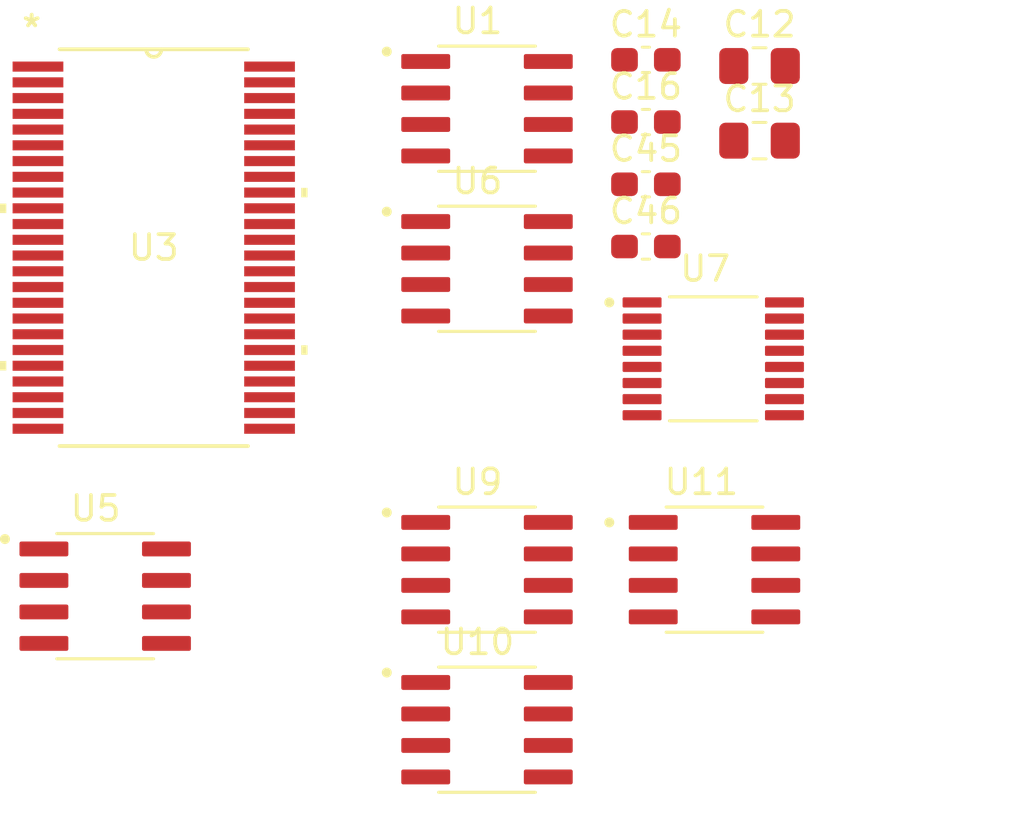
<source format=kicad_pcb>
(kicad_pcb (version 20241229) (generator "pcbnew") (generator_version "9.0")
  (layers (0 "F.Cu" signal) (2 "B.Cu" signal) (13 "F.Paste" user) (15 "B.Paste" user) (5 "F.SilkS" user "F.Silkscreen") (7 "B.SilkS" user "B.Silkscreen") (1 "F.Mask" user) (3 "B.Mask" user) (25 "Edge.Cuts" user))
  (net 0 "")
  (net 2 "-15V")
  (net 4 "AGND")
  (net 5 "Tip")
  (net 6 "+15V")
  (net 7 "Net-(U5-OUTPUT)")
  (net 8 "GND")
  (net 57 "SAMPLE BIAS")
  (net 58 "+5V")
  (net 59 "DGND")
  (net 60 "+3.3V")
  (net 61 "Net-(C12-Pad2)")
  (net 62 "Net-(C13-Pad2)")
  (net 63 "Net-(U7-AIN_P)")
  (net 64 "Net-(U7-AIN_GND)")
  (net 67 "Net-(U1-VOUT)")
  (net 69 "Net-(U1-TRIM{slash}NR)")
  (net 70 "Net-(U6--IN_B)")
  (net 71 "Net-(U6-+IN_B)")
  (net 72 "Net-(U6--IN_A)")
  (net 73 "Net-(U6-+IN_A)")
  (net 74 "Net-(U7-SDO-0)")
  (net 75 "Net-(U7-ALARM{slash}SDO-1{slash}GPO)")
  (net 76 "Net-(U7-CONVST{slash}CS)")
  (net 77 "Net-(U7-SCLK)")
  (net 78 "Net-(U7-RVS)")
  (net 79 "Net-(U7-REFCAP)")
  (net 80 "Net-(U7-SDI)")
  (net 81 "Net-(U7-REFIO)")
  (net 82 "Net-(U7-RST)")
  (net 83 "Net-(U9-+INB)")
  (net 84 "Net-(U9-OUTA)")
  (net 85 "Net-(U9--INA)")
  (net 86 "Net-(U9--INB)")
  (net 87 "Net-(U9-OUTB)")
  (net 88 "Net-(U10-OUTB)")
  (net 89 "Net-(U10--INB)")
  (net 90 "Net-(U10-OUTA)")
  (net 91 "Net-(U10-+INB)")
  (net 92 "Net-(U10--INA)")
  (net 93 "Net-(U11--IN)")
  (net 94 "Net-(U11-TRIM-Pad1)")
  (footprint "Capacitor_SMD:C_0603_1608Metric_Pad1.08x0.95mm_HandSolder" (layer "F.Cu") (at 166.265 70.5325)
    (property "Reference" "C14" (at 0 -1.43 0) (layer "F.SilkS"))
    (property "Value" "1uF")
    (fp_line (start -0.146267 -0.51) (end 0.146267 -0.51) (stroke (width 0.12)) (layer "F.SilkS"))
    (fp_line (start -0.146267 0.51) (end 0.146267 0.51) (stroke (width 0.12)) (layer "F.SilkS"))
    (pad "1" smd roundrect (at -0.8625 0) (size 1.075 0.95) (layers "F.Cu" "F.Mask" "F.Paste") (net 4 "AGND"))
    (pad "2" smd roundrect (at 0.8625 0) (size 1.075 0.95) (layers "F.Cu" "F.Mask" "F.Paste") (net 62 "Net-(C13-Pad2)"))
  )
  (footprint "OPA1612AIDR:SOIC127P599X175-8N" (layer "F.Cu") (at 159.86 78.96)
    (property "Reference" "U6" (at -0.385 -3.537 0) (layer "F.SilkS"))
    (property "Value" "OPA1612AIDR")
    (fp_line (start -1.95 -2.525) (end 1.95 -2.525) (stroke (width 0.127)) (layer "F.SilkS"))
    (fp_line (start -1.95 2.525) (end 1.95 2.525) (stroke (width 0.127)) (layer "F.SilkS"))
    (fp_circle (center -4.04 -2.305) (end -3.94 -2.305) (stroke (width 0.2)) (fill no) (layer "F.SilkS"))
    (pad "1" smd roundrect (at -2.47 -1.905) (size 1.97 0.6) (layers "F.Cu" "F.Mask" "F.Paste") (roundrect_rratio 0.125) (net 72 "Net-(U6--IN_A)"))
    (pad "2" smd roundrect (at -2.47 -0.635) (size 1.97 0.6) (layers "F.Cu" "F.Mask" "F.Paste") (roundrect_rratio 0.125) (net 72 "Net-(U6--IN_A)"))
    (pad "3" smd roundrect (at -2.47 0.635) (size 1.97 0.6) (layers "F.Cu" "F.Mask" "F.Paste") (roundrect_rratio 0.125) (net 73 "Net-(U6-+IN_A)"))
    (pad "4" smd roundrect (at -2.47 1.905) (size 1.97 0.6) (layers "F.Cu" "F.Mask" "F.Paste") (roundrect_rratio 0.125) (net 2 "-15V"))
    (pad "5" smd roundrect (at 2.47 1.905) (size 1.97 0.6) (layers "F.Cu" "F.Mask" "F.Paste") (roundrect_rratio 0.125) (net 71 "Net-(U6-+IN_B)"))
    (pad "6" smd roundrect (at 2.47 0.635) (size 1.97 0.6) (layers "F.Cu" "F.Mask" "F.Paste") (roundrect_rratio 0.125) (net 70 "Net-(U6--IN_B)"))
    (pad "7" smd roundrect (at 2.47 -0.635) (size 1.97 0.6) (layers "F.Cu" "F.Mask" "F.Paste") (roundrect_rratio 0.125) (net 70 "Net-(U6--IN_B)"))
    (pad "8" smd roundrect (at 2.47 -1.905) (size 1.97 0.6) (layers "F.Cu" "F.Mask" "F.Paste") (roundrect_rratio 0.125) (net 6 "+15V"))
  )
  (footprint "DAC7734:DL48" (layer "F.Cu") (at 146.4276 78.1087)
    (property "Reference" "U3" (at 0 0 0) (layer "F.SilkS"))
    (property "Value" "DAC7734EB")
    (fp_line (start -3.7973 8.001) (end 3.7973 8.001) (stroke (width 0.1524)) (layer "F.SilkS"))
    (fp_line (start 3.7973 -8.001) (end -3.7973 -8.001) (stroke (width 0.1524)) (layer "F.SilkS"))
    (fp_arc (start 0.3048 -8.001) (mid 0 -7.6962) (end -0.3048 -8.001) (stroke (width 0.1524)) (layer "F.SilkS"))
    (fp_poly (pts (xy -6.1976 -1.778) (xy -6.1976 -1.397) (xy -5.9436 -1.397) (xy -5.9436 -1.778)) (fill yes) (layer "F.SilkS"))
    (fp_poly (pts (xy -6.1976 4.572) (xy -6.1976 4.953) (xy -5.9436 4.953) (xy -5.9436 4.572)) (fill yes) (layer "F.SilkS"))
    (fp_poly (pts (xy 6.1976 -2.413) (xy 6.1976 -2.032) (xy 5.9436 -2.032) (xy 5.9436 -2.413)) (fill yes) (layer "F.SilkS"))
    (fp_poly (pts (xy 6.1976 3.937) (xy 6.1976 4.318) (xy 5.9436 4.318) (xy 5.9436 3.937)) (fill yes) (layer "F.SilkS"))
    (fp_text user "*" (at -4.92125 -8.8519 0) (layer "F.SilkS"))
    (fp_text user "*" (at -4.92125 -8.8519 0) (layer "F.SilkS"))
    (pad "1" smd rect (at -4.66725 -7.3025) (size 2.0447 0.4064) (layers "F.Cu" "F.Mask" "F.Paste"))
    (pad "2" smd rect (at -4.66725 -6.6675) (size 2.0447 0.4064) (layers "F.Cu" "F.Mask" "F.Paste"))
    (pad "3" smd rect (at -4.66725 -6.0325) (size 2.0447 0.4064) (layers "F.Cu" "F.Mask" "F.Paste"))
    (pad "4" smd rect (at -4.66725 -5.3975) (size 2.0447 0.4064) (layers "F.Cu" "F.Mask" "F.Paste"))
    (pad "5" smd rect (at -4.66725 -4.7625) (size 2.0447 0.4064) (layers "F.Cu" "F.Mask" "F.Paste"))
    (pad "6" smd rect (at -4.66725 -4.1275) (size 2.0447 0.4064) (layers "F.Cu" "F.Mask" "F.Paste"))
    (pad "7" smd rect (at -4.66725 -3.4925) (size 2.0447 0.4064) (layers "F.Cu" "F.Mask" "F.Paste"))
    (pad "8" smd rect (at -4.66725 -2.8575) (size 2.0447 0.4064) (layers "F.Cu" "F.Mask" "F.Paste"))
    (pad "9" smd rect (at -4.66725 -2.2225) (size 2.0447 0.4064) (layers "F.Cu" "F.Mask" "F.Paste"))
    (pad "10" smd rect (at -4.66725 -1.5875) (size 2.0447 0.4064) (layers "F.Cu" "F.Mask" "F.Paste"))
    (pad "11" smd rect (at -4.66725 -0.9525) (size 2.0447 0.4064) (layers "F.Cu" "F.Mask" "F.Paste"))
    (pad "12" smd rect (at -4.66725 -0.3175) (size 2.0447 0.4064) (layers "F.Cu" "F.Mask" "F.Paste"))
    (pad "13" smd rect (at -4.66725 0.3175) (size 2.0447 0.4064) (layers "F.Cu" "F.Mask" "F.Paste"))
    (pad "14" smd rect (at -4.66725 0.9525) (size 2.0447 0.4064) (layers "F.Cu" "F.Mask" "F.Paste"))
    (pad "15" smd rect (at -4.66725 1.5875) (size 2.0447 0.4064) (layers "F.Cu" "F.Mask" "F.Paste"))
    (pad "16" smd rect (at -4.66725 2.2225) (size 2.0447 0.4064) (layers "F.Cu" "F.Mask" "F.Paste"))
    (pad "17" smd rect (at -4.66725 2.8575) (size 2.0447 0.4064) (layers "F.Cu" "F.Mask" "F.Paste"))
    (pad "18" smd rect (at -4.66725 3.4925) (size 2.0447 0.4064) (layers "F.Cu" "F.Mask" "F.Paste"))
    (pad "19" smd rect (at -4.66725 4.1275) (size 2.0447 0.4064) (layers "F.Cu" "F.Mask" "F.Paste"))
    (pad "20" smd rect (at -4.66725 4.7625) (size 2.0447 0.4064) (layers "F.Cu" "F.Mask" "F.Paste"))
    (pad "21" smd rect (at -4.66725 5.3975) (size 2.0447 0.4064) (layers "F.Cu" "F.Mask" "F.Paste"))
    (pad "22" smd rect (at -4.66725 6.0325) (size 2.0447 0.4064) (layers "F.Cu" "F.Mask" "F.Paste"))
    (pad "23" smd rect (at -4.66725 6.6675) (size 2.0447 0.4064) (layers "F.Cu" "F.Mask" "F.Paste"))
    (pad "24" smd rect (at -4.66725 7.3025) (size 2.0447 0.4064) (layers "F.Cu" "F.Mask" "F.Paste"))
    (pad "25" smd rect (at 4.66725 7.3025) (size 2.0447 0.4064) (layers "F.Cu" "F.Mask" "F.Paste"))
    (pad "26" smd rect (at 4.66725 6.6675) (size 2.0447 0.4064) (layers "F.Cu" "F.Mask" "F.Paste"))
    (pad "27" smd rect (at 4.66725 6.0325) (size 2.0447 0.4064) (layers "F.Cu" "F.Mask" "F.Paste"))
    (pad "28" smd rect (at 4.66725 5.3975) (size 2.0447 0.4064) (layers "F.Cu" "F.Mask" "F.Paste"))
    (pad "29" smd rect (at 4.66725 4.7625) (size 2.0447 0.4064) (layers "F.Cu" "F.Mask" "F.Paste"))
    (pad "30" smd rect (at 4.66725 4.1275) (size 2.0447 0.4064) (layers "F.Cu" "F.Mask" "F.Paste"))
    (pad "31" smd rect (at 4.66725 3.4925) (size 2.0447 0.4064) (layers "F.Cu" "F.Mask" "F.Paste"))
    (pad "32" smd rect (at 4.66725 2.8575) (size 2.0447 0.4064) (layers "F.Cu" "F.Mask" "F.Paste"))
    (pad "33" smd rect (at 4.66725 2.2225) (size 2.0447 0.4064) (layers "F.Cu" "F.Mask" "F.Paste"))
    (pad "34" smd rect (at 4.66725 1.5875) (size 2.0447 0.4064) (layers "F.Cu" "F.Mask" "F.Paste"))
    (pad "35" smd rect (at 4.66725 0.9525) (size 2.0447 0.4064) (layers "F.Cu" "F.Mask" "F.Paste"))
    (pad "36" smd rect (at 4.66725 0.3175) (size 2.0447 0.4064) (layers "F.Cu" "F.Mask" "F.Paste"))
    (pad "37" smd rect (at 4.66725 -0.3175) (size 2.0447 0.4064) (layers "F.Cu" "F.Mask" "F.Paste"))
    (pad "38" smd rect (at 4.66725 -0.9525) (size 2.0447 0.4064) (layers "F.Cu" "F.Mask" "F.Paste"))
    (pad "39" smd rect (at 4.66725 -1.5875) (size 2.0447 0.4064) (layers "F.Cu" "F.Mask" "F.Paste"))
    (pad "40" smd rect (at 4.66725 -2.2225) (size 2.0447 0.4064) (layers "F.Cu" "F.Mask" "F.Paste"))
    (pad "41" smd rect (at 4.66725 -2.8575) (size 2.0447 0.4064) (layers "F.Cu" "F.Mask" "F.Paste"))
    (pad "42" smd rect (at 4.66725 -3.4925) (size 2.0447 0.4064) (layers "F.Cu" "F.Mask" "F.Paste"))
    (pad "43" smd rect (at 4.66725 -4.1275) (size 2.0447 0.4064) (layers "F.Cu" "F.Mask" "F.Paste"))
    (pad "44" smd rect (at 4.66725 -4.7625) (size 2.0447 0.4064) (layers "F.Cu" "F.Mask" "F.Paste"))
    (pad "45" smd rect (at 4.66725 -5.3975) (size 2.0447 0.4064) (layers "F.Cu" "F.Mask" "F.Paste"))
    (pad "46" smd rect (at 4.66725 -6.0325) (size 2.0447 0.4064) (layers "F.Cu" "F.Mask" "F.Paste"))
    (pad "47" smd rect (at 4.66725 -6.6675) (size 2.0447 0.4064) (layers "F.Cu" "F.Mask" "F.Paste"))
    (pad "48" smd rect (at 4.66725 -7.3025) (size 2.0447 0.4064) (layers "F.Cu" "F.Mask" "F.Paste"))
  )
  (footprint "Capacitor_SMD:C_0805_2012Metric_Pad1.18x1.45mm_HandSolder" (layer "F.Cu") (at 170.845 70.7825)
    (property "Reference" "C12" (at 0 -1.68 0) (layer "F.SilkS"))
    (property "Value" "10uF")
    (fp_line (start -0.261252 -0.735) (end 0.261252 -0.735) (stroke (width 0.12)) (layer "F.SilkS"))
    (fp_line (start -0.261252 0.735) (end 0.261252 0.735) (stroke (width 0.12)) (layer "F.SilkS"))
    (pad "1" smd roundrect (at -1.0375 0) (size 1.175 1.45) (layers "F.Cu" "F.Mask" "F.Paste") (roundrect_rratio 0.212766) (net 4 "AGND"))
    (pad "2" smd roundrect (at 1.0375 0) (size 1.175 1.45) (layers "F.Cu" "F.Mask" "F.Paste") (roundrect_rratio 0.212766) (net 61 "Net-(C12-Pad2)"))
  )
  (footprint "OPA2227UAG4:SOIC127P599X175-8N" (layer "F.Cu") (at 159.86 97.55)
    (property "Reference" "U10" (at -0.385 -3.537 0) (layer "F.SilkS"))
    (property "Value" "OPA2227UAG4")
    (fp_line (start -1.95 -2.525) (end 1.95 -2.525) (stroke (width 0.127)) (layer "F.SilkS"))
    (fp_line (start -1.95 2.525) (end 1.95 2.525) (stroke (width 0.127)) (layer "F.SilkS"))
    (fp_circle (center -4.04 -2.305) (end -3.94 -2.305) (stroke (width 0.2)) (fill no) (layer "F.SilkS"))
    (pad "1" smd roundrect (at -2.47 -1.905) (size 1.97 0.6) (layers "F.Cu" "F.Mask" "F.Paste") (roundrect_rratio 0.125) (net 90 "Net-(U10-OUTA)"))
    (pad "2" smd roundrect (at -2.47 -0.635) (size 1.97 0.6) (layers "F.Cu" "F.Mask" "F.Paste") (roundrect_rratio 0.125) (net 92 "Net-(U10--INA)"))
    (pad "3" smd roundrect (at -2.47 0.635) (size 1.97 0.6) (layers "F.Cu" "F.Mask" "F.Paste") (roundrect_rratio 0.125) (net 8 "GND"))
    (pad "4" smd roundrect (at -2.47 1.905) (size 1.97 0.6) (layers "F.Cu" "F.Mask" "F.Paste") (roundrect_rratio 0.125) (net 2 "-15V"))
    (pad "5" smd roundrect (at 2.47 1.905) (size 1.97 0.6) (layers "F.Cu" "F.Mask" "F.Paste") (roundrect_rratio 0.125) (net 91 "Net-(U10-+INB)"))
    (pad "6" smd roundrect (at 2.47 0.635) (size 1.97 0.6) (layers "F.Cu" "F.Mask" "F.Paste") (roundrect_rratio 0.125) (net 89 "Net-(U10--INB)"))
    (pad "7" smd roundrect (at 2.47 -0.635) (size 1.97 0.6) (layers "F.Cu" "F.Mask" "F.Paste") (roundrect_rratio 0.125) (net 88 "Net-(U10-OUTB)"))
    (pad "8" smd roundrect (at 2.47 -1.905) (size 1.97 0.6) (layers "F.Cu" "F.Mask" "F.Paste") (roundrect_rratio 0.125) (net 6 "+15V"))
  )
  (footprint "REF5040AID:SOIC127P599X175-8N" (layer "F.Cu") (at 159.86 72.505)
    (property "Reference" "U1" (at -0.385 -3.537 0) (layer "F.SilkS"))
    (property "Value" "REF5040AID")
    (fp_line (start -1.95 -2.525) (end 1.95 -2.525) (stroke (width 0.127)) (layer "F.SilkS"))
    (fp_line (start -1.95 2.525) (end 1.95 2.525) (stroke (width 0.127)) (layer "F.SilkS"))
    (fp_circle (center -4.04 -2.305) (end -3.94 -2.305) (stroke (width 0.2)) (fill no) (layer "F.SilkS"))
    (pad "1" smd roundrect (at -2.47 -1.905) (size 1.97 0.6) (layers "F.Cu" "F.Mask" "F.Paste") (roundrect_rratio 0.125))
    (pad "2" smd roundrect (at -2.47 -0.635) (size 1.97 0.6) (layers "F.Cu" "F.Mask" "F.Paste") (roundrect_rratio 0.125) (net 58 "+5V"))
    (pad "3" smd roundrect (at -2.47 0.635) (size 1.97 0.6) (layers "F.Cu" "F.Mask" "F.Paste") (roundrect_rratio 0.125))
    (pad "4" smd roundrect (at -2.47 1.905) (size 1.97 0.6) (layers "F.Cu" "F.Mask" "F.Paste") (roundrect_rratio 0.125) (net 4 "AGND"))
    (pad "5" smd roundrect (at 2.47 1.905) (size 1.97 0.6) (layers "F.Cu" "F.Mask" "F.Paste") (roundrect_rratio 0.125) (net 69 "Net-(U1-TRIM{slash}NR)"))
    (pad "6" smd roundrect (at 2.47 0.635) (size 1.97 0.6) (layers "F.Cu" "F.Mask" "F.Paste") (roundrect_rratio 0.125) (net 67 "Net-(U1-VOUT)"))
    (pad "7" smd roundrect (at 2.47 -0.635) (size 1.97 0.6) (layers "F.Cu" "F.Mask" "F.Paste") (roundrect_rratio 0.125))
    (pad "8" smd roundrect (at 2.47 -1.905) (size 1.97 0.6) (layers "F.Cu" "F.Mask" "F.Paste") (roundrect_rratio 0.125))
  )
  (footprint "Capacitor_SMD:C_0603_1608Metric_Pad1.08x0.95mm_HandSolder" (layer "F.Cu") (at 166.265 75.5525)
    (property "Reference" "C45" (at 0 -1.43 0) (layer "F.SilkS"))
    (property "Value" "1uF")
    (fp_line (start -0.146267 -0.51) (end 0.146267 -0.51) (stroke (width 0.12)) (layer "F.SilkS"))
    (fp_line (start -0.146267 0.51) (end 0.146267 0.51) (stroke (width 0.12)) (layer "F.SilkS"))
    (pad "1" smd roundrect (at -0.8625 0) (size 1.075 0.95) (layers "F.Cu" "F.Mask" "F.Paste") (net 58 "+5V"))
    (pad "2" smd roundrect (at 0.8625 0) (size 1.075 0.95) (layers "F.Cu" "F.Mask" "F.Paste") (net 4 "AGND"))
  )
  (footprint "ADS8681IPWR:SOP65P640X120-16N" (layer "F.Cu") (at 168.98 82.5925)
    (property "Reference" "U7" (at -0.325 -3.635 0) (layer "F.SilkS"))
    (property "Value" "ADS8681IPWR")
    (fp_line (start -1.765 -2.5) (end 1.765 -2.5) (stroke (width 0.127)) (layer "F.SilkS"))
    (fp_line (start 1.765 2.5) (end -1.765 2.5) (stroke (width 0.127)) (layer "F.SilkS"))
    (fp_circle (center -4.19 -2.275) (end -4.09 -2.275) (stroke (width 0.2)) (fill no) (layer "F.SilkS"))
    (pad "1" smd roundrect (at -2.87 -2.275) (size 1.57 0.41) (layers "F.Cu" "F.Mask" "F.Paste") (roundrect_rratio 0.125) (net 59 "DGND"))
    (pad "2" smd roundrect (at -2.87 -1.625) (size 1.57 0.41) (layers "F.Cu" "F.Mask" "F.Paste") (roundrect_rratio 0.125) (net 58 "+5V"))
    (pad "3" smd roundrect (at -2.87 -0.975) (size 1.57 0.41) (layers "F.Cu" "F.Mask" "F.Paste") (roundrect_rratio 0.125) (net 4 "AGND"))
    (pad "4" smd roundrect (at -2.87 -0.325) (size 1.57 0.41) (layers "F.Cu" "F.Mask" "F.Paste") (roundrect_rratio 0.125) (net 81 "Net-(U7-REFIO)"))
    (pad "5" smd roundrect (at -2.87 0.325) (size 1.57 0.41) (layers "F.Cu" "F.Mask" "F.Paste") (roundrect_rratio 0.125) (net 4 "AGND"))
    (pad "6" smd roundrect (at -2.87 0.975) (size 1.57 0.41) (layers "F.Cu" "F.Mask" "F.Paste") (roundrect_rratio 0.125) (net 79 "Net-(U7-REFCAP)"))
    (pad "7" smd roundrect (at -2.87 1.625) (size 1.57 0.41) (layers "F.Cu" "F.Mask" "F.Paste") (roundrect_rratio 0.125) (net 63 "Net-(U7-AIN_P)"))
    (pad "8" smd roundrect (at -2.87 2.275) (size 1.57 0.41) (layers "F.Cu" "F.Mask" "F.Paste") (roundrect_rratio 0.125) (net 64 "Net-(U7-AIN_GND)"))
    (pad "9" smd roundrect (at 2.87 2.275) (size 1.57 0.41) (layers "F.Cu" "F.Mask" "F.Paste") (roundrect_rratio 0.125) (net 82 "Net-(U7-RST)"))
    (pad "10" smd roundrect (at 2.87 1.625) (size 1.57 0.41) (layers "F.Cu" "F.Mask" "F.Paste") (roundrect_rratio 0.125) (net 80 "Net-(U7-SDI)"))
    (pad "11" smd roundrect (at 2.87 0.975) (size 1.57 0.41) (layers "F.Cu" "F.Mask" "F.Paste") (roundrect_rratio 0.125) (net 76 "Net-(U7-CONVST{slash}CS)"))
    (pad "12" smd roundrect (at 2.87 0.325) (size 1.57 0.41) (layers "F.Cu" "F.Mask" "F.Paste") (roundrect_rratio 0.125) (net 77 "Net-(U7-SCLK)"))
    (pad "13" smd roundrect (at 2.87 -0.325) (size 1.57 0.41) (layers "F.Cu" "F.Mask" "F.Paste") (roundrect_rratio 0.125) (net 74 "Net-(U7-SDO-0)"))
    (pad "14" smd roundrect (at 2.87 -0.975) (size 1.57 0.41) (layers "F.Cu" "F.Mask" "F.Paste") (roundrect_rratio 0.125) (net 75 "Net-(U7-ALARM{slash}SDO-1{slash}GPO)"))
    (pad "15" smd roundrect (at 2.87 -1.625) (size 1.57 0.41) (layers "F.Cu" "F.Mask" "F.Paste") (roundrect_rratio 0.125) (net 78 "Net-(U7-RVS)"))
    (pad "16" smd roundrect (at 2.87 -2.275) (size 1.57 0.41) (layers "F.Cu" "F.Mask" "F.Paste") (roundrect_rratio 0.125) (net 60 "+3.3V"))
  )
  (footprint "Capacitor_SMD:C_0603_1608Metric_Pad1.08x0.95mm_HandSolder" (layer "F.Cu") (at 166.265 73.0425)
    (property "Reference" "C16" (at 0 -1.43 0) (layer "F.SilkS"))
    (property "Value" "10pF")
    (fp_line (start -0.146267 -0.51) (end 0.146267 -0.51) (stroke (width 0.12)) (layer "F.SilkS"))
    (fp_line (start -0.146267 0.51) (end 0.146267 0.51) (stroke (width 0.12)) (layer "F.SilkS"))
    (pad "1" smd roundrect (at -0.8625 0) (size 1.075 0.95) (layers "F.Cu" "F.Mask" "F.Paste") (net 64 "Net-(U7-AIN_GND)"))
    (pad "2" smd roundrect (at 0.8625 0) (size 1.075 0.95) (layers "F.Cu" "F.Mask" "F.Paste") (net 63 "Net-(U7-AIN_P)"))
  )
  (footprint "OPA2227UAG4:SOIC127P599X175-8N" (layer "F.Cu") (at 159.86 91.095)
    (property "Reference" "U9" (at -0.385 -3.537 0) (layer "F.SilkS"))
    (property "Value" "OPA2227UAG4")
    (fp_line (start -1.95 -2.525) (end 1.95 -2.525) (stroke (width 0.127)) (layer "F.SilkS"))
    (fp_line (start -1.95 2.525) (end 1.95 2.525) (stroke (width 0.127)) (layer "F.SilkS"))
    (fp_circle (center -4.04 -2.305) (end -3.94 -2.305) (stroke (width 0.2)) (fill no) (layer "F.SilkS"))
    (pad "1" smd roundrect (at -2.47 -1.905) (size 1.97 0.6) (layers "F.Cu" "F.Mask" "F.Paste") (roundrect_rratio 0.125) (net 84 "Net-(U9-OUTA)"))
    (pad "2" smd roundrect (at -2.47 -0.635) (size 1.97 0.6) (layers "F.Cu" "F.Mask" "F.Paste") (roundrect_rratio 0.125) (net 85 "Net-(U9--INA)"))
    (pad "3" smd roundrect (at -2.47 0.635) (size 1.97 0.6) (layers "F.Cu" "F.Mask" "F.Paste") (roundrect_rratio 0.125) (net 8 "GND"))
    (pad "4" smd roundrect (at -2.47 1.905) (size 1.97 0.6) (layers "F.Cu" "F.Mask" "F.Paste") (roundrect_rratio 0.125) (net 2 "-15V"))
    (pad "5" smd roundrect (at 2.47 1.905) (size 1.97 0.6) (layers "F.Cu" "F.Mask" "F.Paste") (roundrect_rratio 0.125) (net 83 "Net-(U9-+INB)"))
    (pad "6" smd roundrect (at 2.47 0.635) (size 1.97 0.6) (layers "F.Cu" "F.Mask" "F.Paste") (roundrect_rratio 0.125) (net 86 "Net-(U9--INB)"))
    (pad "7" smd roundrect (at 2.47 -0.635) (size 1.97 0.6) (layers "F.Cu" "F.Mask" "F.Paste") (roundrect_rratio 0.125) (net 87 "Net-(U9-OUTB)"))
    (pad "8" smd roundrect (at 2.47 -1.905) (size 1.97 0.6) (layers "F.Cu" "F.Mask" "F.Paste") (roundrect_rratio 0.125) (net 6 "+15V"))
  )
  (footprint "Capacitor_SMD:C_0805_2012Metric_Pad1.18x1.45mm_HandSolder" (layer "F.Cu") (at 170.845 73.7925)
    (property "Reference" "C13" (at 0 -1.68 0) (layer "F.SilkS"))
    (property "Value" "10uF")
    (fp_line (start -0.261252 -0.735) (end 0.261252 -0.735) (stroke (width 0.12)) (layer "F.SilkS"))
    (fp_line (start -0.261252 0.735) (end 0.261252 0.735) (stroke (width 0.12)) (layer "F.SilkS"))
    (pad "1" smd roundrect (at -1.0375 0) (size 1.175 1.45) (layers "F.Cu" "F.Mask" "F.Paste") (roundrect_rratio 0.212766) (net 4 "AGND"))
    (pad "2" smd roundrect (at 1.0375 0) (size 1.175 1.45) (layers "F.Cu" "F.Mask" "F.Paste") (roundrect_rratio 0.212766) (net 62 "Net-(C13-Pad2)"))
  )
  (footprint "Capacitor_SMD:C_0603_1608Metric_Pad1.08x0.95mm_HandSolder" (layer "F.Cu") (at 166.265 78.0625)
    (property "Reference" "C46" (at 0 -1.43 0) (layer "F.SilkS"))
    (property "Value" "1uF")
    (fp_line (start -0.146267 -0.51) (end 0.146267 -0.51) (stroke (width 0.12)) (layer "F.SilkS"))
    (fp_line (start -0.146267 0.51) (end 0.146267 0.51) (stroke (width 0.12)) (layer "F.SilkS"))
    (pad "1" smd roundrect (at -0.8625 0) (size 1.075 0.95) (layers "F.Cu" "F.Mask" "F.Paste") (net 60 "+3.3V"))
    (pad "2" smd roundrect (at 0.8625 0) (size 1.075 0.95) (layers "F.Cu" "F.Mask" "F.Paste") (net 59 "DGND"))
  )
  (footprint "OPA627AU:SOIC127P599X175-8N" (layer "F.Cu") (at 144.47 92.165)
    (property "Reference" "U5" (at -0.385 -3.537 0) (layer "F.SilkS"))
    (property "Value" "OPA627AU")
    (fp_line (start -1.95 -2.525) (end 1.95 -2.525) (stroke (width 0.127)) (layer "F.SilkS"))
    (fp_line (start -1.95 2.525) (end 1.95 2.525) (stroke (width 0.127)) (layer "F.SilkS"))
    (fp_circle (center -4.04 -2.305) (end -3.94 -2.305) (stroke (width 0.2)) (fill no) (layer "F.SilkS"))
    (pad "1" smd roundrect (at -2.47 -1.905) (size 1.97 0.6) (layers "F.Cu" "F.Mask" "F.Paste") (roundrect_rratio 0.125))
    (pad "2" smd roundrect (at -2.47 -0.635) (size 1.97 0.6) (layers "F.Cu" "F.Mask" "F.Paste") (roundrect_rratio 0.125) (net 5 "Tip"))
    (pad "3" smd roundrect (at -2.47 0.635) (size 1.97 0.6) (layers "F.Cu" "F.Mask" "F.Paste") (roundrect_rratio 0.125) (net 4 "AGND"))
    (pad "4" smd roundrect (at -2.47 1.905) (size 1.97 0.6) (layers "F.Cu" "F.Mask" "F.Paste") (roundrect_rratio 0.125) (net 2 "-15V"))
    (pad "5" smd roundrect (at 2.47 1.905) (size 1.97 0.6) (layers "F.Cu" "F.Mask" "F.Paste") (roundrect_rratio 0.125))
    (pad "6" smd roundrect (at 2.47 0.635) (size 1.97 0.6) (layers "F.Cu" "F.Mask" "F.Paste") (roundrect_rratio 0.125) (net 7 "Net-(U5-OUTPUT)"))
    (pad "7" smd roundrect (at 2.47 -0.635) (size 1.97 0.6) (layers "F.Cu" "F.Mask" "F.Paste") (roundrect_rratio 0.125) (net 6 "+15V"))
    (pad "8" smd roundrect (at 2.47 -1.905) (size 1.97 0.6) (layers "F.Cu" "F.Mask" "F.Paste") (roundrect_rratio 0.125))
  )
  (footprint "OPA227U:SOIC127P599X175-8N" (layer "F.Cu") (at 169.03 91.095)
    (property "Reference" "U11" (at -0.53 -3.537 0) (layer "F.SilkS"))
    (property "Value" "OPA227U")
    (fp_line (start -1.9475 -2.525) (end 1.9475 -2.525) (stroke (width 0.127)) (layer "F.SilkS"))
    (fp_line (start -1.9475 2.525) (end 1.9475 2.525) (stroke (width 0.127)) (layer "F.SilkS"))
    (fp_circle (center -4.24 -1.905) (end -4.14 -1.905) (stroke (width 0.2)) (fill no) (layer "F.SilkS"))
    (pad "1" smd roundrect (at -2.47 -1.905) (size 1.97 0.6) (layers "F.Cu" "F.Mask" "F.Paste") (roundrect_rratio 0.125) (net 94 "Net-(U11-TRIM-Pad1)"))
    (pad "2" smd roundrect (at -2.47 -0.635) (size 1.97 0.6) (layers "F.Cu" "F.Mask" "F.Paste") (roundrect_rratio 0.125) (net 93 "Net-(U11--IN)"))
    (pad "3" smd roundrect (at -2.47 0.635) (size 1.97 0.6) (layers "F.Cu" "F.Mask" "F.Paste") (roundrect_rratio 0.125) (net 4 "AGND"))
    (pad "4" smd roundrect (at -2.47 1.905) (size 1.97 0.6) (layers "F.Cu" "F.Mask" "F.Paste") (roundrect_rratio 0.125) (net 2 "-15V"))
    (pad "5" smd roundrect (at 2.47 1.905) (size 1.97 0.6) (layers "F.Cu" "F.Mask" "F.Paste") (roundrect_rratio 0.125))
    (pad "6" smd roundrect (at 2.47 0.635) (size 1.97 0.6) (layers "F.Cu" "F.Mask" "F.Paste") (roundrect_rratio 0.125) (net 57 "SAMPLE BIAS"))
    (pad "7" smd roundrect (at 2.47 -0.635) (size 1.97 0.6) (layers "F.Cu" "F.Mask" "F.Paste") (roundrect_rratio 0.125) (net 6 "+15V"))
    (pad "8" smd roundrect (at 2.47 -1.905) (size 1.97 0.6) (layers "F.Cu" "F.Mask" "F.Paste") (roundrect_rratio 0.125) (net 94 "Net-(U11-TRIM-Pad1)"))
  )
)
</source>
